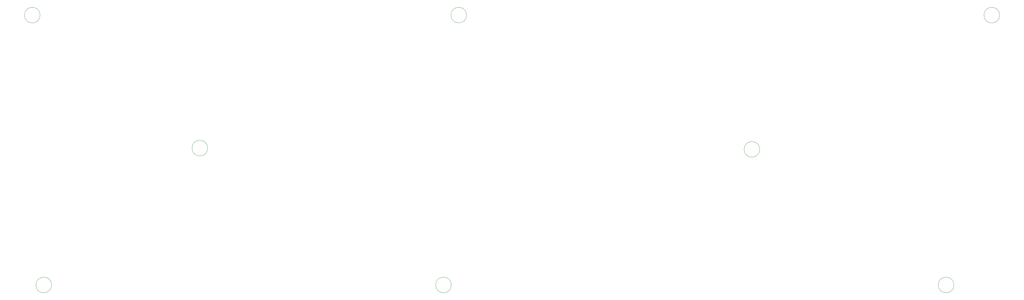
<source format=gbr>
%TF.GenerationSoftware,KiCad,Pcbnew,7.0.7*%
%TF.CreationDate,2024-06-09T18:31:49+08:00*%
%TF.ProjectId,Lexicon 69,4c657869-636f-46e2-9036-392e6b696361,rev?*%
%TF.SameCoordinates,Original*%
%TF.FileFunction,Other,User*%
%FSLAX46Y46*%
G04 Gerber Fmt 4.6, Leading zero omitted, Abs format (unit mm)*
G04 Created by KiCad (PCBNEW 7.0.7) date 2024-06-09 18:31:49*
%MOMM*%
%LPD*%
G01*
G04 APERTURE LIST*
%ADD10C,0.050000*%
G04 APERTURE END LIST*
D10*
%TO.C,H5*%
X197712500Y-160734375D02*
G75*
G03*
X197712500Y-160734375I-2450000J0D01*
G01*
%TO.C,H7*%
X369162500Y-76200000D02*
G75*
G03*
X369162500Y-76200000I-2450000J0D01*
G01*
%TO.C,H4*%
X202475000Y-76200000D02*
G75*
G03*
X202475000Y-76200000I-2450000J0D01*
G01*
%TO.C,H1*%
X69125000Y-76200000D02*
G75*
G03*
X69125000Y-76200000I-2450000J0D01*
G01*
%TO.C,H2*%
X72696875Y-160734375D02*
G75*
G03*
X72696875Y-160734375I-2450000J0D01*
G01*
%TO.C,H8*%
X354875000Y-160734375D02*
G75*
G03*
X354875000Y-160734375I-2450000J0D01*
G01*
%TO.C,H3*%
X121512500Y-117871875D02*
G75*
G03*
X121512500Y-117871875I-2450000J0D01*
G01*
%TO.C,H6*%
X294153125Y-118250000D02*
G75*
G03*
X294153125Y-118250000I-2450000J0D01*
G01*
%TD*%
M02*

</source>
